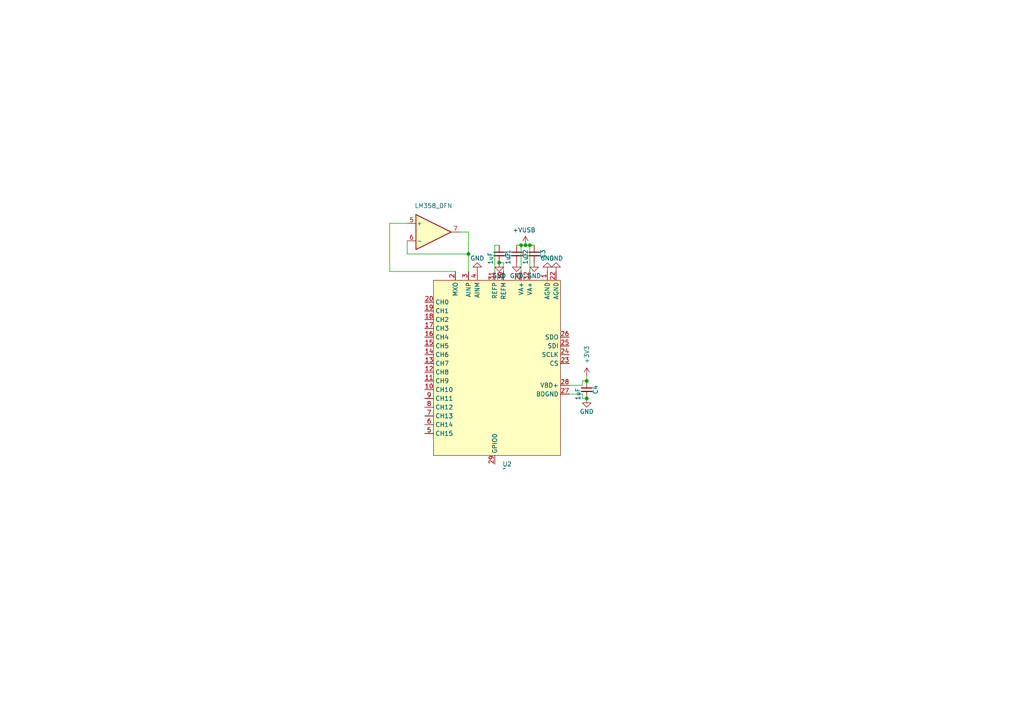
<source format=kicad_sch>
(kicad_sch (version 20231120) (generator "eeschema") (generator_version "8.0")
  (paper "A4")
  (lib_symbols
    (symbol "Amplifier_Operational:LM358_DFN" (pin_names (offset 0.127))
      (property "Reference" "U" (at 0 5.08 0))
      (property "Value" "LM358_DFN" (at 0 -5.08 0))
      (symbol "LM358_DFN_1_1"
        (polyline (pts (xy -5.08 5.08) (xy 5.08 0) (xy -5.08 -5.08) (xy -5.08 5.08)) (stroke (width 0.254)) (fill (type background)))
        (pin output line (at 7.62 0 180) (length 2.54) (name "~") (number "1"))
        (pin input line (at -7.62 -2.54 0) (length 2.54) (name "-") (number "2"))
        (pin input line (at -7.62 2.54 0) (length 2.54) (name "+") (number "3"))
      )
      (symbol "LM358_DFN_2_1"
        (polyline (pts (xy -5.08 5.08) (xy 5.08 0) (xy -5.08 -5.08) (xy -5.08 5.08)) (stroke (width 0.254)) (fill (type background)))
        (pin input line (at -7.62 2.54 0) (length 2.54) (name "+") (number "5"))
        (pin input line (at -7.62 -2.54 0) (length 2.54) (name "-") (number "6"))
        (pin output line (at 7.62 0 180) (length 2.54) (name "~") (number "7"))
      )
      (symbol "LM358_DFN_3_1"
        (pin power_in line (at -2.54 -7.62 90) (length 3.81) (name "V-") (number "4"))
        (pin power_in line (at -2.54 7.62 270) (length 3.81) (name "V+") (number "8"))
        (pin power_in line (at 0 -7.62 90) (length 5.08) (name "PAD") (number "9"))
      )
    )
    (symbol "Device:C_Small" (pin_numbers hide) (pin_names (offset 0.254) hide)
      (property "Reference" "C" (at 0.254 1.778 0))
      (property "Value" "C_Small" (at 0.254 -2.032 0))
      (symbol "C_Small_0_1"
        (polyline (pts (xy -1.524 -0.508) (xy 1.524 -0.508)) (stroke (width 0.3302)))
        (polyline (pts (xy -1.524 0.508) (xy 1.524 0.508)) (stroke (width 0.3048)))
      )
      (symbol "C_Small_1_1"
        (pin passive line (at 0 2.54 270) (length 2.032) (name "~") (number "1"))
        (pin passive line (at 0 -2.54 90) (length 2.032) (name "~") (number "2"))
      )
    )
    (symbol "dp-power:+VUSB" (power) (pin_names (offset 1.016))
      (property "Value" "+VUSB" (at 0 5.08 0))
      (symbol "+VUSB_0_1"
        (polyline (pts (xy 0 0) (xy 0 2.54)))
        (polyline (pts (xy 0 2.54) (xy -0.762 1.27)))
        (polyline (pts (xy 0 2.54) (xy 0.762 1.27)))
      )
      (symbol "+VUSB_1_1"
        (pin power_in line (at 0 0 90) (length 0) hide (name "+VUSB") (number "1"))
      )
    )
    (symbol "power:+3V3" (power) (pin_names (offset 0))
      (property "Value" "+3V3" (at 0 3.556 0))
      (symbol "+3V3_0_1"
        (polyline (pts (xy -0.762 1.27) (xy 0 2.54)))
        (polyline (pts (xy 0 0) (xy 0 2.54)))
        (polyline (pts (xy 0 2.54) (xy 0.762 1.27)))
      )
      (symbol "+3V3_1_1"
        (pin power_in line (at 0 0 90) (length 0) hide (name "+3V3") (number "1"))
      )
    )
    (symbol "power:GND" (power) (pin_names (offset 0))
      (property "Value" "GND" (at 0 -3.81 0))
      (symbol "GND_0_1"
        (polyline (pts (xy 0 0) (xy 0 -1.27) (xy 1.27 -1.27) (xy 0 -2.54) (xy -1.27 -1.27) (xy 0 -1.27)))
      )
      (symbol "GND_1_1"
        (pin power_in line (at 0 0 270) (length 0) hide (name "GND") (number "1"))
      )
    )
    (symbol "tpc5120:tpc5120"
      (property "Reference" "U" (at -2.286 -19.304 0))
      (symbol "tpc5120_1_1"
        (rectangle (start -17.78 5.08) (end 19.05 -45.72) (fill (type background)))
        (pin input line (at 15.24 7.62 270) (length 2.54) (name "AGND") (number "1"))
        (pin input line (at -20.32 -26.67 0) (length 2.54) (name "CH10") (number "10"))
        (pin input line (at -20.32 -24.13 0) (length 2.54) (name "CH9") (number "11"))
        (pin input line (at -20.32 -21.59 0) (length 2.54) (name "CH8") (number "12"))
        (pin input line (at -20.32 -19.05 0) (length 2.54) (name "CH7") (number "13"))
        (pin input line (at -20.32 -16.51 0) (length 2.54) (name "CH6") (number "14"))
        (pin input line (at -20.32 -13.97 0) (length 2.54) (name "CH5") (number "15"))
        (pin input line (at -20.32 -11.43 0) (length 2.54) (name "CH4") (number "16"))
        (pin input line (at -20.32 -8.89 0) (length 2.54) (name "CH3") (number "17"))
        (pin input line (at -20.32 -6.35 0) (length 2.54) (name "CH2") (number "18"))
        (pin input line (at -20.32 -3.81 0) (length 2.54) (name "CH1") (number "19"))
        (pin output line (at -11.43 7.62 270) (length 2.54) (name "MXO") (number "2"))
        (pin input line (at -20.32 -1.27 0) (length 2.54) (name "CH0") (number "20"))
        (pin input line (at 7.62 7.62 270) (length 2.54) (name "VA+") (number "21"))
        (pin input line (at 17.78 7.62 270) (length 2.54) (name "AGND") (number "22"))
        (pin input line (at 21.59 -19.05 180) (length 2.54) (name "CS") (number "23"))
        (pin input line (at 21.59 -16.51 180) (length 2.54) (name "SCLK") (number "24"))
        (pin input line (at 21.59 -13.97 180) (length 2.54) (name "SDI") (number "25"))
        (pin output line (at 21.59 -11.43 180) (length 2.54) (name "SDO") (number "26"))
        (pin output line (at 21.59 -27.94 180) (length 2.54) (name "BDGND") (number "27"))
        (pin input line (at 21.59 -25.4 180) (length 2.54) (name "VBD+") (number "28"))
        (pin bidirectional line (at 0 -48.26 90) (length 2.54) (name "GPIO0") (number "29"))
        (pin input line (at -7.62 7.62 270) (length 2.54) (name "AINP") (number "3"))
        (pin output line (at 2.54 7.62 270) (length 2.54) (name "REFM") (number "30"))
        (pin input line (at 0 7.62 270) (length 2.54) (name "REFP") (number "31"))
        (pin input line (at 10.16 7.62 270) (length 2.54) (name "VA+") (number "32"))
        (pin output line (at -5.08 7.62 270) (length 2.54) (name "AINM") (number "4"))
        (pin input line (at -20.32 -39.37 0) (length 2.54) (name "CH15") (number "5"))
        (pin input line (at -20.32 -36.83 0) (length 2.54) (name "CH14") (number "6"))
        (pin input line (at -20.32 -34.29 0) (length 2.54) (name "CH13") (number "7"))
        (pin input line (at -20.32 -31.75 0) (length 2.54) (name "CH12") (number "8"))
        (pin input line (at -20.32 -29.21 0) (length 2.54) (name "CH11") (number "9"))
      )
    )
  )
  (junction (at 151.13 71.12))
  (junction (at 153.67 71.12))
  (junction (at 152.4 71.12))
  (junction (at 144.78 76.2))
  (junction (at 170.18 115.57))
  (junction (at 135.89 73.66))
  (junction (at 170.18 110.49))
  (wire (pts (xy 152.4 71.12) (xy 153.67 71.12)))
  (wire (pts (xy 146.05 76.2) (xy 144.78 76.2)))
  (wire (pts (xy 165.1 114.3) (xy 168.91 114.3)))
  (wire (pts (xy 170.18 109.22) (xy 170.18 110.49)))
  (wire (pts (xy 113.03 78.74) (xy 113.03 64.77)))
  (wire (pts (xy 153.67 71.12) (xy 154.94 71.12)))
  (wire (pts (xy 168.91 110.49) (xy 170.18 110.49)))
  (wire (pts (xy 118.11 73.66) (xy 135.89 73.66)))
  (wire (pts (xy 113.03 64.77) (xy 118.11 64.77)))
  (wire (pts (xy 151.13 71.12) (xy 152.4 71.12)))
  (wire (pts (xy 118.11 69.85) (xy 118.11 73.66)))
  (wire (pts (xy 133.35 67.31) (xy 135.89 67.31)))
  (wire (pts (xy 143.51 71.12) (xy 143.51 78.74)))
  (wire (pts (xy 168.91 111.76) (xy 168.91 110.49)))
  (wire (pts (xy 135.89 73.66) (xy 135.89 78.74)))
  (wire (pts (xy 151.13 78.74) (xy 151.13 71.12)))
  (wire (pts (xy 132.08 78.74) (xy 113.03 78.74)))
  (wire (pts (xy 144.78 71.12) (xy 143.51 71.12)))
  (wire (pts (xy 135.89 67.31) (xy 135.89 73.66)))
  (wire (pts (xy 168.91 115.57) (xy 170.18 115.57)))
  (wire (pts (xy 153.67 78.74) (xy 153.67 71.12)))
  (wire (pts (xy 146.05 78.74) (xy 146.05 76.2)))
  (wire (pts (xy 165.1 111.76) (xy 168.91 111.76)))
  (wire (pts (xy 151.13 71.12) (xy 149.86 71.12)))
  (wire (pts (xy 168.91 114.3) (xy 168.91 115.57)))
  (symbol (lib_id "power:GND") (at 149.86 76.2 0) (unit 1)
    (property "Reference" "#PWR03" (effects (hide yes)))
    (property "Value" "GND" (at 149.86 80.01 0))
  )
  (symbol (lib_id "Device:C_Small") (at 149.86 73.66 0) (unit 1)
    (property "Reference" "C2" (at 152.4 73.66 90))
    (property "Value" "1uF" (at 147.32 74.93 90))
    (property "Footprint" "Capacitor_SMD:C_0402_1005Metric" (effects (hide yes)))
    (property "RMB" "0.00628" (effects (hide yes)))
    (property "Supplier" "https://item.szlcsc.com/1877.html" (effects (hide yes)))
  )
  (symbol (lib_id "power:GND") (at 170.18 115.57 0) (unit 1)
    (property "Reference" "#PWR09" (effects (hide yes)))
    (property "Value" "GND" (at 170.18 119.38 0))
  )
  (symbol (lib_id "tpc5120:tpc5120") (at 143.51 86.36 0) (unit 1)
    (property "Reference" "U2" (at 145.7041 134.62 0) (effects (justify left)))
    (property "Value" "~" (at 145.7041 135.89 0) (effects (justify left)))
  )
  (symbol (lib_id "power:+3V3") (at 170.18 109.22 0) (unit 1)
    (property "Reference" "#PWR08" (effects (hide yes)))
    (property "Value" "+3V3" (at 170.18 102.87 90))
  )
  (symbol (lib_id "power:GND") (at 158.75 78.74 180) (unit 1)
    (property "Reference" "#PWR06" (effects (hide yes)))
    (property "Value" "GND" (at 158.75 74.93 0))
  )
  (symbol (lib_id "Device:C_Small") (at 154.94 73.66 0) (unit 1)
    (property "Reference" "C3" (at 157.48 73.66 90))
    (property "Value" "1uF" (at 152.4 74.93 90))
    (property "Footprint" "Capacitor_SMD:C_0402_1005Metric" (effects (hide yes)))
    (property "RMB" "0.00628" (effects (hide yes)))
    (property "Supplier" "https://item.szlcsc.com/1877.html" (effects (hide yes)))
  )
  (symbol (lib_id "power:GND") (at 144.78 76.2 0) (unit 1)
    (property "Reference" "#PWR02" (effects (hide yes)))
    (property "Value" "GND" (at 144.78 80.01 0))
  )
  (symbol (lib_id "dp-power:+VUSB") (at 152.4 71.12 0) (unit 1)
    (property "Reference" "#PWR04" (effects (hide yes)))
    (property "Value" "+VUSB" (at 152.019 66.7258 0))
  )
  (symbol (lib_id "Amplifier_Operational:LM358_DFN") (at 125.73 67.31 0) (unit 2)
    (property "Reference" "U1" (effects (hide yes)))
    (property "Value" "LM358_DFN" (at 125.73 59.69 0))
    (property "Footprint" "Package_DFN_QFN:DFN-8-1EP_2x2mm_P0.5mm_EP1.05x1.75mm" (effects (hide yes)))
    (property "Datasheet" "www.st.com/resource/en/datasheet/lm358.pdf" (effects (hide yes)))
    (property "Description" "Low-Power, Dual Operational Amplifiers, DFN-8" (effects (hide yes)))
  )
  (symbol (lib_id "Device:C_Small") (at 170.18 113.03 0) (unit 1)
    (property "Reference" "C4" (at 172.72 113.03 90))
    (property "Value" "1uF" (at 167.64 114.3 90))
    (property "Footprint" "Capacitor_SMD:C_0402_1005Metric" (effects (hide yes)))
    (property "RMB" "0.00628" (effects (hide yes)))
    (property "Supplier" "https://item.szlcsc.com/1877.html" (effects (hide yes)))
  )
  (symbol (lib_id "power:GND") (at 138.43 78.74 180) (unit 1)
    (property "Reference" "#PWR01" (effects (hide yes)))
    (property "Value" "GND" (at 138.43 74.93 0))
  )
  (symbol (lib_id "power:GND") (at 154.94 76.2 0) (unit 1)
    (property "Reference" "#PWR05" (effects (hide yes)))
    (property "Value" "GND" (at 154.94 80.01 0))
  )
  (symbol (lib_id "power:GND") (at 161.29 78.74 180) (unit 1)
    (property "Reference" "#PWR07" (effects (hide yes)))
    (property "Value" "GND" (at 161.29 74.93 0))
  )
  (symbol (lib_id "Device:C_Small") (at 144.78 73.66 0) (unit 1)
    (property "Reference" "C1" (at 147.32 73.66 90))
    (property "Value" "1uF" (at 142.24 74.93 90))
    (property "Footprint" "Capacitor_SMD:C_0402_1005Metric" (effects (hide yes)))
    (property "RMB" "0.00628" (effects (hide yes)))
    (property "Supplier" "https://item.szlcsc.com/1877.html" (effects (hide yes)))
  )
)
</source>
